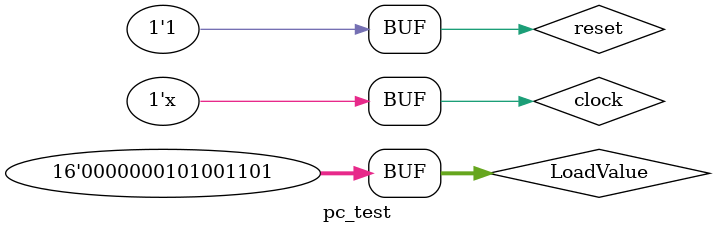
<source format=v>
`timescale 1ns / 1ps


module pc_test;

	// Inputs
	reg [15:0] LoadValue;
	reg clock;
	reg reset;

	// Outputs
	wire [15:0] OutputAddress;

	// Instantiate the Unit Under Test (UUT)
	PC uut (
		.LoadValue(LoadValue), 
		.OutputAddress(OutputAddress), 
		.clock(clock), 
		.reset(reset)
	);

	initial begin
		// Initialize Inputs
		LoadValue = 0;
		clock = 0;
		reset = 0;

		// Wait 100 ns for global reset to finish
		#100;
        
		// Add stimulus here
		LoadValue = 40;
		#20;
		LoadValue = 88;
		#20;
		reset=1;
		#20;
		reset=0;
		LoadValue=666;
		#20;
		reset =1;
		LoadValue=333;
	end
     always #10 clock=~clock;
endmodule


</source>
